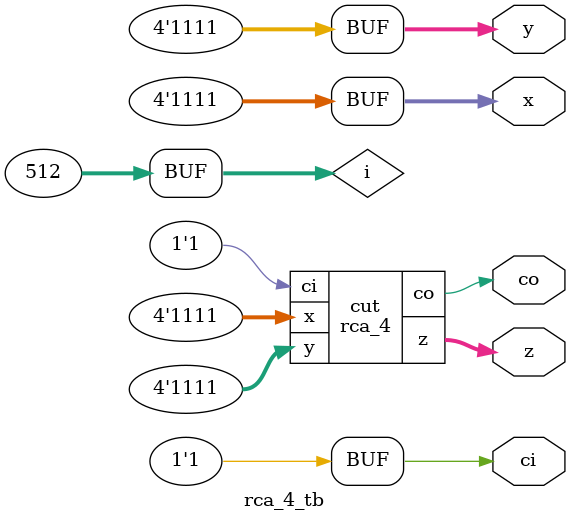
<source format=v>
module fac(
  input x, y ,ci,
  output z,co
);

 /*assign z = (~x&~y&ci) | (~x&y&~ci) | (x&~y&~ci) | (x&y&ci);
 assign co=(x&y) | (x&ci);*/
assign {co,z} = x+y+ci;
  
endmodule

module rca_4(
  input [3:0] x,y,
  input ci,
  output [3:0] z,
  output co);
  
  wire c1,c2,c3;
  
  fac f1(
  .x(x[0]),
  .y(y[0]),
  .ci(ci),
  .z(z[0]),
  .co(c1));
  
  fac f2(
  .x(x[1]),
  .y(y[1]),
  .ci(c1),
  .z(z[1]),
  .co(c2));
  
  fac f3(
  .x(x[2]),
  .y(y[2]),
  .ci(c2),
  .z(z[2]),
  .co(c3));
  
  fac f4(
  .x(x[3]),
  .y(y[3]),
  .ci(c3),
  .z(z[3]),
  .co(co));
  
endmodule 

module rca_4_tb(
  output reg [3:0] x,y,
  output reg ci,
  output [3:0] z,
  output co);
  
  
  rca_4 cut(
  .x(x),
  .y(y),
  .ci(ci),
  .z(z),
  .co(co));
  
  integer i;
  
  initial begin
    {x,y,ci}=9'd0;
    for(i=1;i<512;i=i+1)
       #20  {x,y,ci} = i[8:0];
      end
    endmodule
</source>
